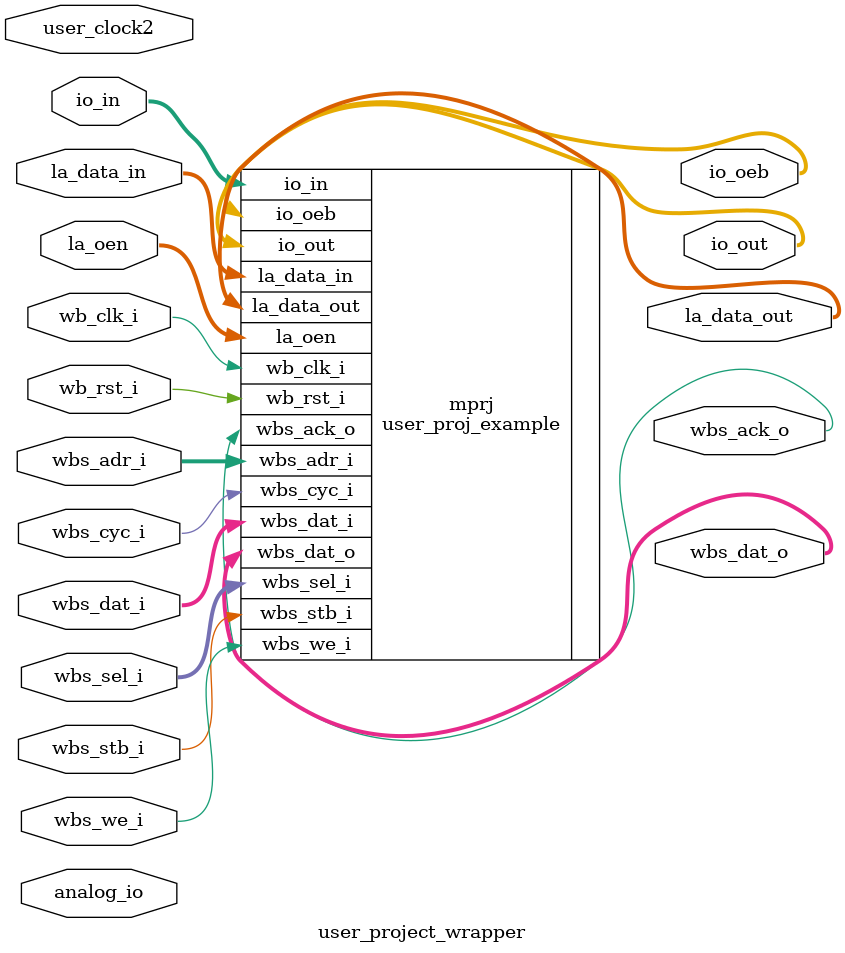
<source format=v>
/* Generated by Yosys 0.9+3621 (git sha1 84e9fa7, gcc 8.3.1 -fPIC -Os) */

module user_project_wrapper(wb_clk_i, wb_rst_i, wbs_stb_i, wbs_cyc_i, wbs_we_i, wbs_sel_i, wbs_dat_i, wbs_adr_i, wbs_ack_o, wbs_dat_o, la_data_in, la_data_out, la_oen, io_in, io_out, io_oeb, analog_io, user_clock2);
  inout [30:0] analog_io;
  input [37:0] io_in;
  output [37:0] io_oeb;
  output [37:0] io_out;
  input [127:0] la_data_in;
  output [127:0] la_data_out;
  input [127:0] la_oen;
  input user_clock2;
  input wb_clk_i;
  input wb_rst_i;
  output wbs_ack_o;
  input [31:0] wbs_adr_i;
  input wbs_cyc_i;
  input [31:0] wbs_dat_i;
  output [31:0] wbs_dat_o;
  input [3:0] wbs_sel_i;
  input wbs_stb_i;
  input wbs_we_i;
  user_proj_example mprj (
    .io_in(io_in),
    .io_oeb(io_oeb),
    .io_out(io_out),
    .la_data_in(la_data_in),
    .la_data_out(la_data_out),
    .la_oen(la_oen),
    .wb_clk_i(wb_clk_i),
    .wb_rst_i(wb_rst_i),
    .wbs_ack_o(wbs_ack_o),
    .wbs_adr_i(wbs_adr_i),
    .wbs_cyc_i(wbs_cyc_i),
    .wbs_dat_i(wbs_dat_i),
    .wbs_dat_o(wbs_dat_o),
    .wbs_sel_i(wbs_sel_i),
    .wbs_stb_i(wbs_stb_i),
    .wbs_we_i(wbs_we_i)
  );
endmodule

</source>
